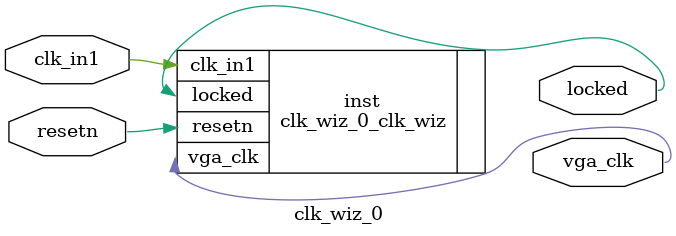
<source format=v>


`timescale 1ps/1ps

(* CORE_GENERATION_INFO = "clk_wiz_0,clk_wiz_v6_0_4_0_0,{component_name=clk_wiz_0,use_phase_alignment=true,use_min_o_jitter=false,use_max_i_jitter=false,use_dyn_phase_shift=false,use_inclk_switchover=false,use_dyn_reconfig=false,enable_axi=0,feedback_source=FDBK_AUTO,PRIMITIVE=PLL,num_out_clk=1,clkin1_period=10.000,clkin2_period=10.000,use_power_down=false,use_reset=true,use_locked=true,use_inclk_stopped=false,feedback_type=SINGLE,CLOCK_MGR_TYPE=NA,manual_override=false}" *)

module clk_wiz_0 
 (
  // Clock out ports
  output        vga_clk,
  // Status and control signals
  input         resetn,
  output        locked,
 // Clock in ports
  input         clk_in1
 );

  clk_wiz_0_clk_wiz inst
  (
  // Clock out ports  
  .vga_clk(vga_clk),
  // Status and control signals               
  .resetn(resetn), 
  .locked(locked),
 // Clock in ports
  .clk_in1(clk_in1)
  );

endmodule

</source>
